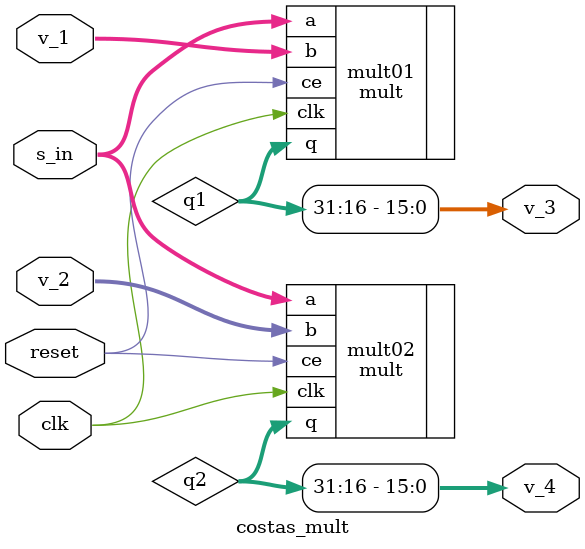
<source format=v>
`timescale 1ns / 1ps
module costas_mult(clk, reset, s_in, v_1, v_2, v_3, v_4);
input clk;
input reset;
input [15:0] s_in;
input [15:0] v_1;
input [15:0] v_2;
output [15:0] v_3;
output [15:0] v_4;

wire [31:0] q1, q2;
// ÊµÀý»¯³Ë·¨Æ÷µÄIPcore£¬ÆäÖÐÊäÈëÎª16±ÈÌØ£¬Êä³öÎª32±ÈÌØ¡£	 
mult mult01(  
  .ce(reset),   //Ê±ÖÓÐÅºÅ
  .clk(clk),  //³Ë·¨Æ÷¹¤×÷Ê±ÖÓ
  .a(s_in),        //Á½¸öÊä
  .b(v_1), 
  .q(q1)         //Êä³öÐÅºÅ
);

mult mult02(  
  .ce(reset),   //Ê±ÖÓÐÅºÅ
  .clk(clk),  //³Ë·¨Æ÷¹¤×÷Ê±ÖÓ
  .a(s_in),        //Á½¸öÊä
  .b(v_2), 
  .q(q2)         //Êä³öÐÅºÅ
);

// ½øÐÐ½ØÎ»£¬Ö±½ÓÈ¡16Î»
assign v_3 = q1[31:16];
assign v_4 = q2[31:16];

endmodule

</source>
